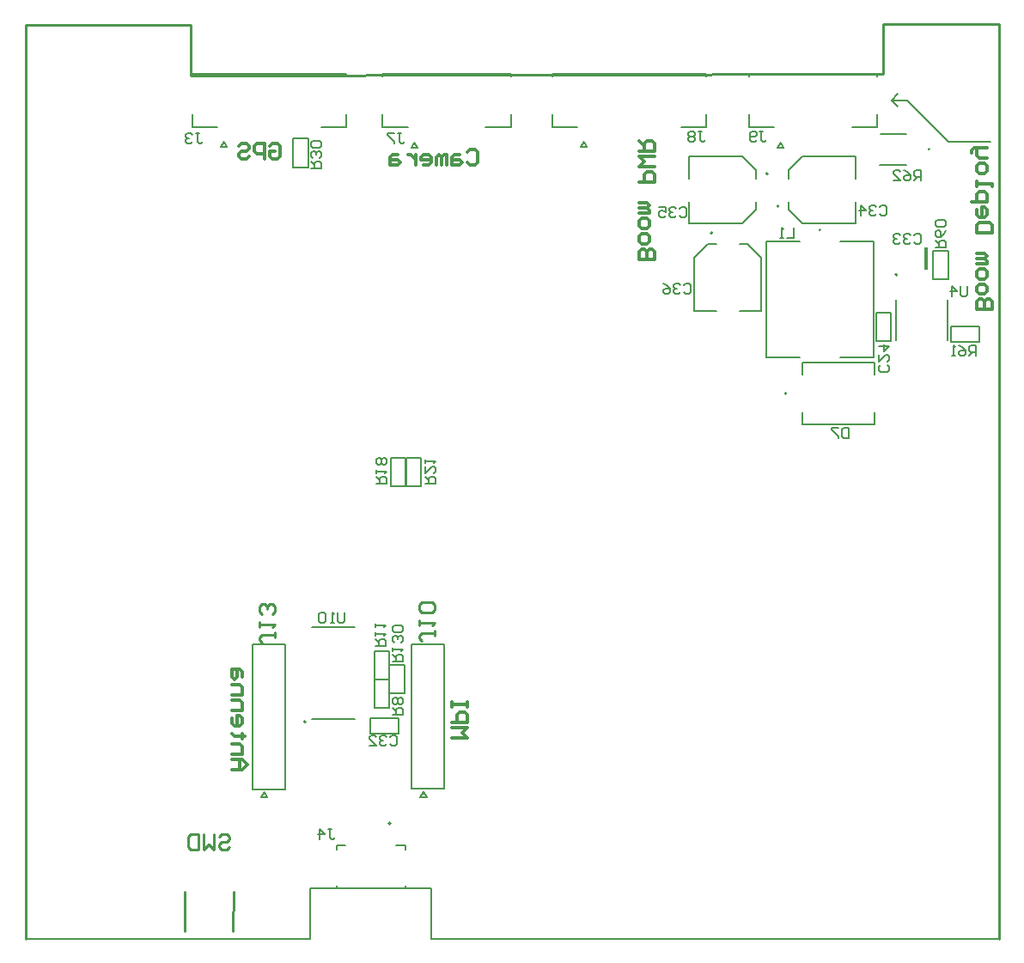
<source format=gbo>
G04*
G04 #@! TF.GenerationSoftware,Altium Limited,Altium Designer,21.8.1 (53)*
G04*
G04 Layer_Color=32896*
%FSLAX25Y25*%
%MOIN*%
G70*
G04*
G04 #@! TF.SameCoordinates,1DA8EEA3-8410-44CE-929F-920E368E6BCF*
G04*
G04*
G04 #@! TF.FilePolarity,Positive*
G04*
G01*
G75*
%ADD10C,0.00787*%
%ADD11C,0.00600*%
%ADD15C,0.00500*%
%ADD16C,0.01000*%
%ADD18C,0.01400*%
%ADD19C,0.00800*%
%ADD22R,0.01575X0.08661*%
D10*
X292323Y284252D02*
G03*
X292323Y284252I-394J0D01*
G01*
X266535Y273819D02*
G03*
X266535Y273819I-394J0D01*
G01*
X287992Y296850D02*
G03*
X287992Y296850I-394J0D01*
G01*
X295177Y211614D02*
G03*
X295177Y211614I-394J0D01*
G01*
X338169Y257658D02*
G03*
X338169Y257658I-394J0D01*
G01*
X141634Y44764D02*
G03*
X141634Y44764I-394J0D01*
G01*
X108702Y84176D02*
G03*
X108702Y84176I-394J0D01*
G01*
X133563Y85630D02*
X144587D01*
Y79724D02*
Y85630D01*
X133563Y79724D02*
X144587D01*
X133563D02*
Y85630D01*
X147453Y175488D02*
Y186512D01*
X141547Y175488D02*
X147453D01*
X141547D02*
Y186512D01*
X147453D01*
X153453Y175488D02*
Y186512D01*
X147547Y175488D02*
X153453D01*
X147547D02*
Y186512D01*
X153453D01*
X329921Y231988D02*
Y243012D01*
X335827D01*
Y231988D02*
Y243012D01*
X329921Y231988D02*
X335827D01*
X359055Y231693D02*
Y237598D01*
Y231693D02*
X370079D01*
Y237598D01*
X359055D02*
X370079D01*
X352165Y255906D02*
X358071D01*
Y266929D01*
X352165D02*
X358071D01*
X352165Y255906D02*
Y266929D01*
X103740Y299409D02*
Y310433D01*
X109646D01*
Y299409D02*
Y310433D01*
X103740Y299409D02*
X109646D01*
X135276Y111735D02*
X141182D01*
X135276Y100712D02*
Y111735D01*
Y100712D02*
X141182D01*
Y111735D01*
X135276Y100712D02*
X141182D01*
X135276Y89688D02*
Y100712D01*
Y89688D02*
X141182D01*
Y100712D01*
X141182Y106224D02*
X147087D01*
X141182Y95200D02*
Y106224D01*
Y95200D02*
X147087D01*
Y106224D01*
D11*
X308469Y275051D02*
G03*
X308469Y275051I-300J0D01*
G01*
X350694Y306299D02*
G03*
X350694Y306299I-300J0D01*
G01*
X315879Y270551D02*
X328919D01*
X287419D02*
X300459D01*
X287419Y225551D02*
Y270551D01*
X315879Y225551D02*
X328919D01*
Y270551D01*
X287419Y225551D02*
X300459D01*
X331496Y300394D02*
X341600D01*
X331629Y312205D02*
X341732D01*
X110982Y120774D02*
X127682D01*
X110982Y85374D02*
X127682D01*
D15*
X296063Y282874D02*
Y286024D01*
Y282874D02*
X301378Y277559D01*
X322047D01*
Y286024D01*
X296063Y295079D02*
Y298228D01*
X301378Y303543D01*
X322047D01*
Y295079D02*
Y303543D01*
X264764Y269685D02*
X267913D01*
X259449Y264370D02*
X264764Y269685D01*
X259449Y243701D02*
Y264370D01*
Y243701D02*
X267913D01*
X276969Y269685D02*
X280118D01*
X285433Y264370D01*
Y243701D02*
Y264370D01*
X276969Y243701D02*
X285433D01*
X283465Y295079D02*
Y298228D01*
X278150Y303543D02*
X283465Y298228D01*
X257480Y303543D02*
X278150D01*
X257480Y295079D02*
Y303543D01*
X283465Y282874D02*
Y286024D01*
X278150Y277559D02*
X283465Y282874D01*
X257480Y277559D02*
X278150D01*
X257480D02*
Y286024D01*
X264075Y334449D02*
Y335433D01*
X204429Y334449D02*
Y335433D01*
X215472Y307146D02*
X216653Y309114D01*
X217835Y307146D01*
X215472D02*
X217835D01*
X264075Y314961D02*
Y320079D01*
X204429Y314961D02*
Y320079D01*
Y335433D02*
X264075D01*
X204429Y314961D02*
X214193D01*
X254311D02*
X264075D01*
X329429Y218892D02*
Y223622D01*
X301476D02*
X329429D01*
X301476Y218892D02*
Y223622D01*
X329429Y199606D02*
Y204337D01*
X301476Y199606D02*
X329429D01*
X301476D02*
Y204337D01*
X357579Y232283D02*
Y248031D01*
X337697Y232283D02*
Y248031D01*
X147244Y19685D02*
Y20669D01*
X120669Y19685D02*
X147244D01*
X120669D02*
Y20472D01*
Y34646D02*
Y36220D01*
X124114D01*
X147244Y34646D02*
Y36220D01*
X143799D02*
X147244D01*
X178524Y314961D02*
X188287D01*
X138484D02*
X148248D01*
X138484Y335433D02*
X188287D01*
X138484Y314961D02*
Y320079D01*
X188287Y314961D02*
Y320079D01*
X149606Y307067D02*
X151969D01*
X150787Y309035D02*
X151969Y307067D01*
X149606D02*
X150787Y309035D01*
X138484Y334449D02*
Y335433D01*
X188287Y334449D02*
Y335433D01*
X330512Y334449D02*
Y335433D01*
X280709Y334449D02*
Y335433D01*
X291831Y307067D02*
X293012Y309035D01*
X294193Y307067D01*
X291831D02*
X294193D01*
X330512Y314961D02*
Y320079D01*
X280709Y314961D02*
Y320079D01*
Y335433D02*
X330512D01*
X280709Y314961D02*
X290472D01*
X320748D02*
X330512D01*
X124311Y334449D02*
Y335433D01*
X64665Y334449D02*
Y335433D01*
X75709Y307146D02*
X76890Y309114D01*
X78071Y307146D01*
X75709D02*
X78071D01*
X124311Y314961D02*
Y320079D01*
X64665Y314961D02*
Y320079D01*
Y335433D02*
X124311D01*
X64665Y314961D02*
X74429D01*
X114547D02*
X124311D01*
X91379Y54846D02*
X92560Y56814D01*
X93741Y54846D01*
X91379D02*
X93741D01*
X88032Y114098D02*
X100631D01*
Y57995D02*
Y114098D01*
X88032Y57995D02*
X100631D01*
X88032D02*
Y114098D01*
X153190Y55042D02*
X154371Y57011D01*
X155552Y55042D01*
X153190D02*
X155552D01*
X149843Y114295D02*
X162442D01*
Y58192D02*
Y114295D01*
X149843Y58192D02*
X162442D01*
X149843D02*
Y114295D01*
D16*
X80449Y2980D02*
X80538Y18401D01*
X61650Y3079D02*
X61748Y18236D01*
X75101Y39598D02*
X76101Y40598D01*
X78100D01*
X79100Y39598D01*
Y38599D01*
X78100Y37599D01*
X76101D01*
X75101Y36599D01*
Y35600D01*
X76101Y34600D01*
X78100D01*
X79100Y35600D01*
X73102Y40598D02*
Y34600D01*
X71103Y36599D01*
X69103Y34600D01*
Y40598D01*
X67104D02*
Y34600D01*
X64105D01*
X63105Y35600D01*
Y39598D01*
X64105Y40598D01*
X67104D01*
X96699Y119001D02*
Y117002D01*
Y118001D01*
X91701D01*
X90701Y117002D01*
Y116002D01*
X91701Y115002D01*
X90701Y121001D02*
Y123000D01*
Y122000D01*
X96699D01*
X95699Y121001D01*
Y125999D02*
X96699Y126999D01*
Y128998D01*
X95699Y129998D01*
X94700D01*
X93700Y128998D01*
Y127998D01*
Y128998D01*
X92700Y129998D01*
X91701D01*
X90701Y128998D01*
Y126999D01*
X91701Y125999D01*
X158699Y119701D02*
Y117702D01*
Y118702D01*
X153701D01*
X152701Y117702D01*
Y116702D01*
X153701Y115702D01*
X152701Y121701D02*
Y123700D01*
Y122700D01*
X158699D01*
X157699Y121701D01*
Y126699D02*
X158699Y127699D01*
Y129698D01*
X157699Y130698D01*
X153701D01*
X152701Y129698D01*
Y127699D01*
X153701Y126699D01*
X157699D01*
X377559Y0D02*
Y59055D01*
X63976Y335039D02*
Y354724D01*
X377559Y59055D02*
X377559Y355000D01*
X0Y354724D02*
X63976D01*
X332677Y355000D02*
X377559Y355000D01*
X63976Y335039D02*
X332677Y335615D01*
Y355000D01*
X0Y0D02*
Y354724D01*
D18*
X243998Y263500D02*
X238000D01*
Y266499D01*
X239000Y267499D01*
X239999D01*
X240999Y266499D01*
Y263500D01*
Y266499D01*
X241999Y267499D01*
X242998D01*
X243998Y266499D01*
Y263500D01*
X238000Y270498D02*
Y272497D01*
X239000Y273497D01*
X240999D01*
X241999Y272497D01*
Y270498D01*
X240999Y269498D01*
X239000D01*
X238000Y270498D01*
Y276496D02*
Y278495D01*
X239000Y279495D01*
X240999D01*
X241999Y278495D01*
Y276496D01*
X240999Y275496D01*
X239000D01*
X238000Y276496D01*
Y281494D02*
X241999D01*
Y282494D01*
X240999Y283493D01*
X238000D01*
X240999D01*
X241999Y284493D01*
X240999Y285493D01*
X238000D01*
Y293490D02*
X243998D01*
Y296489D01*
X242998Y297489D01*
X240999D01*
X239999Y296489D01*
Y293490D01*
X243998Y299488D02*
X238000D01*
X239999Y301488D01*
X238000Y303487D01*
X243998D01*
X238000Y305486D02*
X243998D01*
Y308485D01*
X242998Y309485D01*
X240999D01*
X239999Y308485D01*
Y305486D01*
Y307486D02*
X238000Y309485D01*
X374997Y244100D02*
X368999D01*
Y247099D01*
X369999Y248099D01*
X370999D01*
X371998Y247099D01*
Y244100D01*
Y247099D01*
X372998Y248099D01*
X373998D01*
X374997Y247099D01*
Y244100D01*
X368999Y251098D02*
Y253097D01*
X369999Y254097D01*
X371998D01*
X372998Y253097D01*
Y251098D01*
X371998Y250098D01*
X369999D01*
X368999Y251098D01*
Y257096D02*
Y259095D01*
X369999Y260095D01*
X371998D01*
X372998Y259095D01*
Y257096D01*
X371998Y256096D01*
X369999D01*
X368999Y257096D01*
Y262094D02*
X372998D01*
Y263094D01*
X371998Y264093D01*
X368999D01*
X371998D01*
X372998Y265093D01*
X371998Y266093D01*
X368999D01*
X374997Y274090D02*
X368999D01*
Y277089D01*
X369999Y278089D01*
X373998D01*
X374997Y277089D01*
Y274090D01*
X368999Y283087D02*
Y281088D01*
X369999Y280088D01*
X371998D01*
X372998Y281088D01*
Y283087D01*
X371998Y284087D01*
X370999D01*
Y280088D01*
X367000Y286086D02*
X372998D01*
Y289085D01*
X371998Y290085D01*
X369999D01*
X368999Y289085D01*
Y286086D01*
Y292085D02*
Y294084D01*
Y293084D01*
X374997D01*
Y292085D01*
X368999Y298082D02*
Y300082D01*
X369999Y301082D01*
X371998D01*
X372998Y300082D01*
Y298082D01*
X371998Y297083D01*
X369999D01*
X368999Y298082D01*
X372998Y303081D02*
X369999D01*
X368999Y304081D01*
Y307080D01*
X368000D01*
X367000Y306080D01*
Y305080D01*
X368999Y307080D02*
X372998D01*
X94801Y307598D02*
X95801Y308598D01*
X97800D01*
X98800Y307598D01*
Y303600D01*
X97800Y302600D01*
X95801D01*
X94801Y303600D01*
Y305599D01*
X96801D01*
X92802Y302600D02*
Y308598D01*
X89803D01*
X88803Y307598D01*
Y305599D01*
X89803Y304599D01*
X92802D01*
X82805Y307598D02*
X83805Y308598D01*
X85804D01*
X86804Y307598D01*
Y306599D01*
X85804Y305599D01*
X83805D01*
X82805Y304599D01*
Y303600D01*
X83805Y302600D01*
X85804D01*
X86804Y303600D01*
X171301Y305198D02*
X172301Y306198D01*
X174300D01*
X175300Y305198D01*
Y301200D01*
X174300Y300200D01*
X172301D01*
X171301Y301200D01*
X168302Y304199D02*
X166303D01*
X165303Y303199D01*
Y300200D01*
X168302D01*
X169302Y301200D01*
X168302Y302199D01*
X165303D01*
X163304Y300200D02*
Y304199D01*
X162304D01*
X161304Y303199D01*
Y300200D01*
Y303199D01*
X160305Y304199D01*
X159305Y303199D01*
Y300200D01*
X154307D02*
X156306D01*
X157306Y301200D01*
Y303199D01*
X156306Y304199D01*
X154307D01*
X153307Y303199D01*
Y302199D01*
X157306D01*
X151308Y304199D02*
Y300200D01*
Y302199D01*
X150308Y303199D01*
X149308Y304199D01*
X148309D01*
X144310D02*
X142311D01*
X141311Y303199D01*
Y300200D01*
X144310D01*
X145310Y301200D01*
X144310Y302199D01*
X141311D01*
X80200Y65500D02*
X84199D01*
X86198Y67499D01*
X84199Y69499D01*
X80200D01*
X83199D01*
Y65500D01*
X80200Y71498D02*
X84199D01*
Y74497D01*
X83199Y75497D01*
X80200D01*
X85198Y78496D02*
X84199D01*
Y77496D01*
Y79496D01*
Y78496D01*
X81200D01*
X80200Y79496D01*
Y85493D02*
Y83494D01*
X81200Y82494D01*
X83199D01*
X84199Y83494D01*
Y85493D01*
X83199Y86493D01*
X82199D01*
Y82494D01*
X80200Y88493D02*
X84199D01*
Y91492D01*
X83199Y92491D01*
X80200D01*
Y94491D02*
X84199D01*
Y97490D01*
X83199Y98489D01*
X80200D01*
X84199Y101488D02*
Y103488D01*
X83199Y104487D01*
X80200D01*
Y101488D01*
X81200Y100489D01*
X82199Y101488D01*
Y104487D01*
X165300Y77900D02*
X171298D01*
X169299Y79899D01*
X171298Y81899D01*
X165300D01*
Y83898D02*
X171298D01*
Y86897D01*
X170298Y87897D01*
X168299D01*
X167299Y86897D01*
Y83898D01*
X171298Y89896D02*
Y91896D01*
Y90896D01*
X165300D01*
Y89896D01*
Y91896D01*
D19*
X335900Y325400D02*
X338400Y322900D01*
X335900Y325400D02*
X338500Y328000D01*
X335900Y325400D02*
X337900D01*
X342000D01*
X358000Y309400D01*
X366100D01*
X374300D01*
X117466Y42599D02*
X118799D01*
X118133D01*
Y39267D01*
X118799Y38601D01*
X119466D01*
X120132Y39267D01*
X114134Y38601D02*
Y42599D01*
X116133Y40600D01*
X113468D01*
X297941Y276015D02*
Y272016D01*
X295276D01*
X293943D02*
X292610D01*
X293276D01*
Y276015D01*
X293943Y275349D01*
X347232Y294201D02*
Y298199D01*
X345232D01*
X344566Y297533D01*
Y296200D01*
X345232Y295534D01*
X347232D01*
X345899D02*
X344566Y294201D01*
X340567Y298199D02*
X341900Y297533D01*
X343233Y296200D01*
Y294867D01*
X342566Y294201D01*
X341234D01*
X340567Y294867D01*
Y295534D01*
X341234Y296200D01*
X343233D01*
X336568Y294201D02*
X339234D01*
X336568Y296866D01*
Y297533D01*
X337235Y298199D01*
X338568D01*
X339234Y297533D01*
X368838Y226347D02*
Y230346D01*
X366839D01*
X366173Y229679D01*
Y228346D01*
X366839Y227680D01*
X368838D01*
X367506D02*
X366173Y226347D01*
X362174Y230346D02*
X363507Y229679D01*
X364840Y228346D01*
Y227014D01*
X364173Y226347D01*
X362840D01*
X362174Y227014D01*
Y227680D01*
X362840Y228346D01*
X364840D01*
X360841Y226347D02*
X359508D01*
X360174D01*
Y230346D01*
X360841Y229679D01*
X353101Y268268D02*
X357099D01*
Y270268D01*
X356433Y270934D01*
X355100D01*
X354434Y270268D01*
Y268268D01*
Y269601D02*
X353101Y270934D01*
X357099Y274933D02*
X356433Y273600D01*
X355100Y272267D01*
X353767D01*
X353101Y272934D01*
Y274266D01*
X353767Y274933D01*
X354434D01*
X355100Y274266D01*
Y272267D01*
X356433Y276266D02*
X357099Y276932D01*
Y278265D01*
X356433Y278932D01*
X353767D01*
X353101Y278265D01*
Y276932D01*
X353767Y276266D01*
X356433D01*
X284866Y313199D02*
X286199D01*
X285533D01*
Y309867D01*
X286199Y309201D01*
X286866D01*
X287532Y309867D01*
X283534D02*
X282867Y309201D01*
X281534D01*
X280868Y309867D01*
Y312533D01*
X281534Y313199D01*
X282867D01*
X283534Y312533D01*
Y311866D01*
X282867Y311200D01*
X280868D01*
X319332Y198199D02*
Y194201D01*
X317333D01*
X316666Y194867D01*
Y197533D01*
X317333Y198199D01*
X319332D01*
X315334D02*
X312668D01*
Y197533D01*
X315334Y194867D01*
Y194201D01*
X255466Y253633D02*
X256132Y254299D01*
X257465D01*
X258132Y253633D01*
Y250967D01*
X257465Y250301D01*
X256132D01*
X255466Y250967D01*
X254133Y253633D02*
X253466Y254299D01*
X252134D01*
X251467Y253633D01*
Y252966D01*
X252134Y252300D01*
X252800D01*
X252134D01*
X251467Y251634D01*
Y250967D01*
X252134Y250301D01*
X253466D01*
X254133Y250967D01*
X247468Y254299D02*
X248801Y253633D01*
X250134Y252300D01*
Y250967D01*
X249468Y250301D01*
X248135D01*
X247468Y250967D01*
Y251634D01*
X248135Y252300D01*
X250134D01*
X253666Y283333D02*
X254332Y283999D01*
X255665D01*
X256332Y283333D01*
Y280667D01*
X255665Y280001D01*
X254332D01*
X253666Y280667D01*
X252333Y283333D02*
X251666Y283999D01*
X250334D01*
X249667Y283333D01*
Y282666D01*
X250334Y282000D01*
X251000D01*
X250334D01*
X249667Y281334D01*
Y280667D01*
X250334Y280001D01*
X251666D01*
X252333Y280667D01*
X245668Y283999D02*
X248334D01*
Y282000D01*
X247001Y282666D01*
X246335D01*
X245668Y282000D01*
Y280667D01*
X246335Y280001D01*
X247668D01*
X248334Y280667D01*
X331266Y284033D02*
X331932Y284699D01*
X333265D01*
X333932Y284033D01*
Y281367D01*
X333265Y280701D01*
X331932D01*
X331266Y281367D01*
X329933Y284033D02*
X329266Y284699D01*
X327934D01*
X327267Y284033D01*
Y283366D01*
X327934Y282700D01*
X328600D01*
X327934D01*
X327267Y282034D01*
Y281367D01*
X327934Y280701D01*
X329266D01*
X329933Y281367D01*
X323935Y280701D02*
Y284699D01*
X325934Y282700D01*
X323268D01*
X344766Y273033D02*
X345432Y273699D01*
X346765D01*
X347432Y273033D01*
Y270367D01*
X346765Y269701D01*
X345432D01*
X344766Y270367D01*
X343433Y273033D02*
X342766Y273699D01*
X341434D01*
X340767Y273033D01*
Y272366D01*
X341434Y271700D01*
X342100D01*
X341434D01*
X340767Y271034D01*
Y270367D01*
X341434Y269701D01*
X342766D01*
X343433Y270367D01*
X339434Y273033D02*
X338768Y273699D01*
X337435D01*
X336768Y273033D01*
Y272366D01*
X337435Y271700D01*
X338101D01*
X337435D01*
X336768Y271034D01*
Y270367D01*
X337435Y269701D01*
X338768D01*
X339434Y270367D01*
X110801Y298968D02*
X114799D01*
Y300968D01*
X114133Y301634D01*
X112800D01*
X112134Y300968D01*
Y298968D01*
Y300301D02*
X110801Y301634D01*
X114133Y302967D02*
X114799Y303633D01*
Y304966D01*
X114133Y305633D01*
X113466D01*
X112800Y304966D01*
Y304300D01*
Y304966D01*
X112134Y305633D01*
X111467D01*
X110801Y304966D01*
Y303633D01*
X111467Y302967D01*
X114133Y306966D02*
X114799Y307632D01*
Y308965D01*
X114133Y309632D01*
X111467D01*
X110801Y308965D01*
Y307632D01*
X111467Y306966D01*
X114133D01*
X155101Y176535D02*
X159099D01*
Y178534D01*
X158433Y179201D01*
X157100D01*
X156433Y178534D01*
Y176535D01*
Y177868D02*
X155101Y179201D01*
Y183199D02*
Y180534D01*
X157766Y183199D01*
X158433D01*
X159099Y182533D01*
Y181200D01*
X158433Y180534D01*
X155101Y184532D02*
Y185865D01*
Y185199D01*
X159099D01*
X158433Y184532D01*
X135901Y176502D02*
X139899D01*
Y178501D01*
X139233Y179167D01*
X137900D01*
X137233Y178501D01*
Y176502D01*
Y177834D02*
X135901Y179167D01*
Y180500D02*
Y181833D01*
Y181167D01*
X139899D01*
X139233Y180500D01*
Y183833D02*
X139899Y184499D01*
Y185832D01*
X139233Y186498D01*
X138567D01*
X137900Y185832D01*
X137233Y186498D01*
X136567D01*
X135901Y185832D01*
Y184499D01*
X136567Y183833D01*
X137233D01*
X137900Y184499D01*
X138567Y183833D01*
X139233D01*
X137900Y184499D02*
Y185832D01*
X135836Y113703D02*
X139835D01*
Y115702D01*
X139168Y116368D01*
X137835D01*
X137169Y115702D01*
Y113703D01*
Y115036D02*
X135836Y116368D01*
Y117701D02*
Y119034D01*
Y118368D01*
X139835D01*
X139168Y117701D01*
X135836Y121034D02*
Y122367D01*
Y121700D01*
X139835D01*
X139168Y121034D01*
X142489Y86924D02*
X146488D01*
Y88923D01*
X145821Y89590D01*
X144488D01*
X143822Y88923D01*
Y86924D01*
Y88257D02*
X142489Y89590D01*
X145821Y90922D02*
X146488Y91589D01*
Y92922D01*
X145821Y93588D01*
X145155D01*
X144488Y92922D01*
X143822Y93588D01*
X143155D01*
X142489Y92922D01*
Y91589D01*
X143155Y90922D01*
X143822D01*
X144488Y91589D01*
X145155Y90922D01*
X145821D01*
X144488Y91589D02*
Y92922D01*
X65966Y312599D02*
X67299D01*
X66633D01*
Y309267D01*
X67299Y308601D01*
X67966D01*
X68632Y309267D01*
X64634Y311933D02*
X63967Y312599D01*
X62634D01*
X61968Y311933D01*
Y311266D01*
X62634Y310600D01*
X63301D01*
X62634D01*
X61968Y309934D01*
Y309267D01*
X62634Y308601D01*
X63967D01*
X64634Y309267D01*
X123598Y126699D02*
Y123367D01*
X122932Y122701D01*
X121599D01*
X120933Y123367D01*
Y126699D01*
X119600Y122701D02*
X118267D01*
X118933D01*
Y126699D01*
X119600Y126033D01*
X116267D02*
X115601Y126699D01*
X114268D01*
X113602Y126033D01*
Y123367D01*
X114268Y122701D01*
X115601D01*
X116267Y123367D01*
Y126033D01*
X365232Y253299D02*
Y249967D01*
X364566Y249301D01*
X363233D01*
X362566Y249967D01*
Y253299D01*
X359234Y249301D02*
Y253299D01*
X361233Y251300D01*
X358568D01*
X142529Y107494D02*
X146528D01*
Y109493D01*
X145861Y110159D01*
X144528D01*
X143862Y109493D01*
Y107494D01*
Y108826D02*
X142529Y110159D01*
Y111492D02*
Y112825D01*
Y112159D01*
X146528D01*
X145861Y111492D01*
Y114825D02*
X146528Y115491D01*
Y116824D01*
X145861Y117490D01*
X145195D01*
X144528Y116824D01*
Y116157D01*
Y116824D01*
X143862Y117490D01*
X143195D01*
X142529Y116824D01*
Y115491D01*
X143195Y114825D01*
X145861Y118823D02*
X146528Y119490D01*
Y120823D01*
X145861Y121489D01*
X143195D01*
X142529Y120823D01*
Y119490D01*
X143195Y118823D01*
X145861D01*
X261066Y313299D02*
X262399D01*
X261733D01*
Y309967D01*
X262399Y309301D01*
X263066D01*
X263732Y309967D01*
X259734Y312633D02*
X259067Y313299D01*
X257734D01*
X257068Y312633D01*
Y311966D01*
X257734Y311300D01*
X257068Y310634D01*
Y309967D01*
X257734Y309301D01*
X259067D01*
X259734Y309967D01*
Y310634D01*
X259067Y311300D01*
X259734Y311966D01*
Y312633D01*
X259067Y311300D02*
X257734D01*
X144367Y312629D02*
X145700D01*
X145034D01*
Y309297D01*
X145700Y308631D01*
X146367D01*
X147033Y309297D01*
X143034Y312629D02*
X140368D01*
Y311963D01*
X143034Y309297D01*
Y308631D01*
X141304Y78155D02*
X141971Y78822D01*
X143304D01*
X143970Y78155D01*
Y75489D01*
X143304Y74823D01*
X141971D01*
X141304Y75489D01*
X139971Y78155D02*
X139305Y78822D01*
X137972D01*
X137306Y78155D01*
Y77489D01*
X137972Y76822D01*
X138639D01*
X137972D01*
X137306Y76156D01*
Y75489D01*
X137972Y74823D01*
X139305D01*
X139971Y75489D01*
X133307Y74823D02*
X135973D01*
X133307Y77489D01*
Y78155D01*
X133973Y78822D01*
X135306D01*
X135973Y78155D01*
X334333Y222634D02*
X334999Y221968D01*
Y220635D01*
X334333Y219968D01*
X331667D01*
X331001Y220635D01*
Y221968D01*
X331667Y222634D01*
X331001Y226633D02*
Y223967D01*
X333666Y226633D01*
X334333D01*
X334999Y225966D01*
Y224634D01*
X334333Y223967D01*
X331001Y229965D02*
X334999D01*
X333000Y227966D01*
Y230632D01*
X157480Y0D02*
X377559D01*
X0D02*
X110236D01*
X157480D02*
Y19685D01*
X110236D02*
X157480D01*
X110236Y0D02*
Y19685D01*
D22*
X349212Y263779D02*
D03*
M02*

</source>
